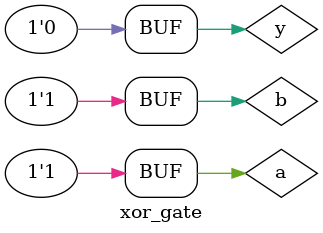
<source format=v>

module xor_gate;
    reg a, b;
    wire y;
    xor xor_gate(y, a, b);
    initial begin
        #0 a = 0;
        b = 0;
        #100 a = 0;
        b = 1;
        #100 a = 1;
        b = 0;
        #100 a = 1;
        b = 1;
    #100;
    end
    initial begin
        $monitor($time, "a = %b, b = %b, y = %b", a, b, y);
    end
    initial begin
        $dumpfile("xor_gate.vcd");
        $dumpvars(0, xor_gate);
    end
endmodule

</source>
